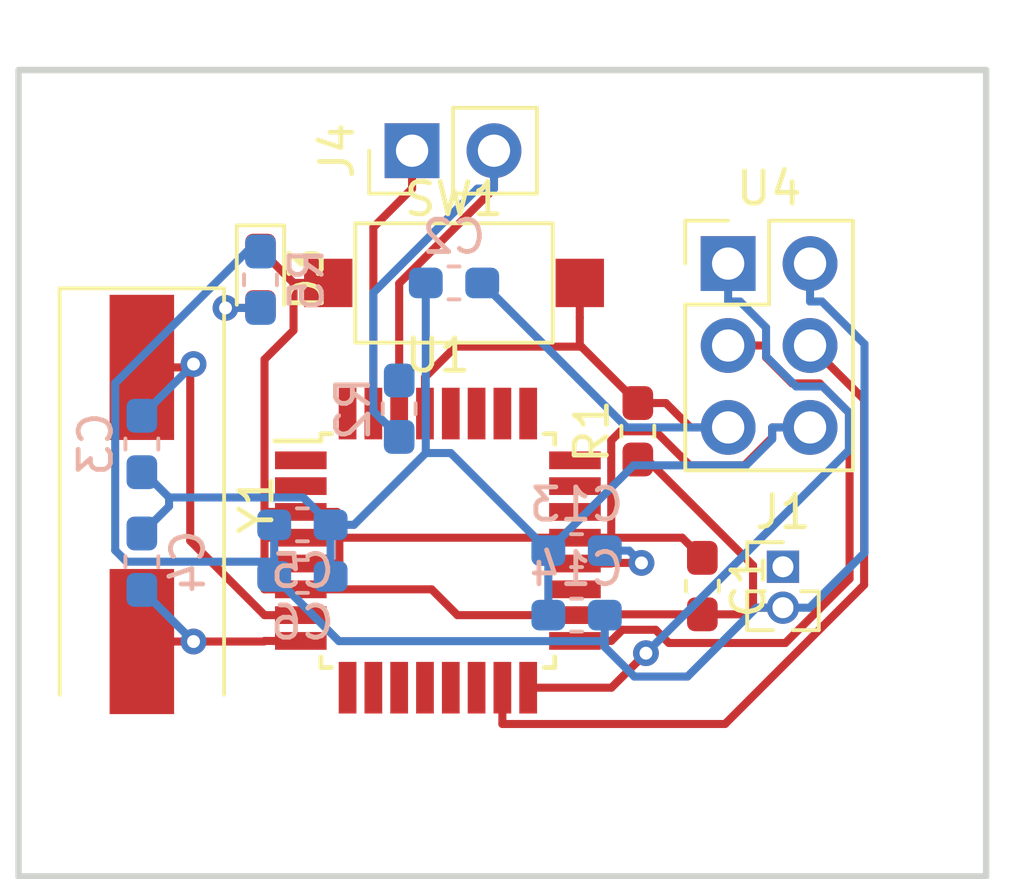
<source format=kicad_pcb>
(kicad_pcb (version 20211014) (generator pcbnew)
  (layers (0 "F.Cu" signal) (31 "B.Cu" signal) (34 "B.Paste" user) (35 "F.Paste" user) (36 "B.SilkS" user "B.Silkscreen") (37 "F.SilkS" user "F.Silkscreen") (38 "B.Mask" user) (39 "F.Mask" user) (44 "Edge.Cuts" user))
  (net 0 "")
  (net 1 "+5V")
  (net 2 "GND")
  (net 3 "RXD")
  (net 4 "Net-(C4-Pad1)")
  (net 5 "Net-(C3-Pad1)")
  (net 6 "Net-(J4-Pad2)")
  (net 7 "TXD")
  (net 8 "Net-(C13-Pad1)")
  (net 9 "/ATMEGA328P/RESET")
  (net 10 "VCC")
  (net 11 "Net-(D3-Pad2)")
  (net 12 "/ATMEGA328P/MOSI")
  (net 13 "/ATMEGA328P/MISO")
  (net 14 "/ATMEGA328P/SCK")
  (net 15 "Net-(U1-Pad19)")
  (net 16 "Net-(U1-Pad22)")
  (net 17 "Net-(U1-Pad1)")
  (net 18 "Net-(U1-Pad2)")
  (net 19 "Net-(U1-Pad9)")
  (net 20 "Net-(U1-Pad10)")
  (net 21 "Net-(U1-Pad11)")
  (net 22 "Net-(U1-Pad32)")
  (net 23 "Net-(U1-Pad12)")
  (net 24 "Net-(U1-Pad13)")
  (net 25 "Net-(U1-Pad14)")
  (net 26 "Net-(U1-Pad23)")
  (net 27 "Net-(U1-Pad24)")
  (net 28 "Net-(U1-Pad25)")
  (net 29 "Net-(U1-Pad26)")
  (net 30 "Net-(U1-Pad27)")
  (net 31 "Net-(U1-Pad28)")
  (footprint "Resistor_SMD:R_0603_1608Metric_Pad1.05x0.95mm_HandSolder" (layer "F.Cu") (at 39.2 36.2 90)
    (fp_text reference "R1" (at 0 -1.43 90) (layer "F.SilkS"))
    (fp_text value "R104,0603")
    (fp_line (start -0.171267 0.51) (end 0.171267 0.51) (layer "F.SilkS") (width 0.12))
    (fp_line (start -0.171267 -0.51) (end 0.171267 -0.51) (layer "F.SilkS") (width 0.12))
    (pad "1" smd roundrect locked (at -0.875 0 90) (size 1.05 0.95) (layers "F.Cu" "F.Paste" "F.Mask") (net 10 "VCC"))
    (pad "2" smd roundrect locked (at 0.875 0 90) (size 1.05 0.95) (layers "F.Cu" "F.Paste" "F.Mask") (net 9 "/ATMEGA328P/RESET"))
  )
  (footprint "Package_QFP:TQFP-32_7x7mm_P0.8mm" (layer "F.Cu") (at 33 39.9)
    (fp_text reference "U1" (at 0 -6.05) (layer "F.SilkS"))
    (fp_text value "ATMEGA328P-TQFP")
    (fp_line (start 3.625 3.625) (end 3.3 3.625) (layer "F.SilkS") (width 0.15))
    (fp_line (start -3.625 -3.4) (end -5.05 -3.4) (layer "F.SilkS") (width 0.15))
    (fp_line (start 3.625 -3.625) (end 3.3 -3.625) (layer "F.SilkS") (width 0.15))
    (fp_line (start 3.625 -3.625) (end 3.625 -3.3) (layer "F.SilkS") (width 0.15))
    (fp_line (start -3.625 -3.625) (end -3.3 -3.625) (layer "F.SilkS") (width 0.15))
    (fp_line (start -3.625 3.625) (end -3.625 3.3) (layer "F.SilkS") (width 0.15))
    (fp_line (start -3.625 -3.625) (end -3.625 -3.4) (layer "F.SilkS") (width 0.15))
    (fp_line (start 3.625 3.625) (end 3.625 3.3) (layer "F.SilkS") (width 0.15))
    (fp_line (start -3.625 3.625) (end -3.3 3.625) (layer "F.SilkS") (width 0.15))
    (pad "1" smd rect locked (at -4.25 -2.8) (size 1.6 0.55) (layers "F.Cu" "F.Paste" "F.Mask") (net 17 "Net-(U1-Pad1)"))
    (pad "2" smd rect locked (at -4.25 -2) (size 1.6 0.55) (layers "F.Cu" "F.Paste" "F.Mask") (net 18 "Net-(U1-Pad2)"))
    (pad "3" smd rect locked (at -4.25 -1.2) (size 1.6 0.55) (layers "F.Cu" "F.Paste" "F.Mask") (net 2 "GND"))
    (pad "4" smd rect locked (at -4.25 -0.4) (size 1.6 0.55) (layers "F.Cu" "F.Paste" "F.Mask") (net 10 "VCC"))
    (pad "5" smd rect locked (at -4.25 0.4) (size 1.6 0.55) (layers "F.Cu" "F.Paste" "F.Mask") (net 2 "GND"))
    (pad "6" smd rect locked (at -4.25 1.2) (size 1.6 0.55) (layers "F.Cu" "F.Paste" "F.Mask") (net 10 "VCC"))
    (pad "7" smd rect locked (at -4.25 2) (size 1.6 0.55) (layers "F.Cu" "F.Paste" "F.Mask") (net 5 "Net-(C3-Pad1)"))
    (pad "8" smd rect locked (at -4.25 2.8) (size 1.6 0.55) (layers "F.Cu" "F.Paste" "F.Mask") (net 4 "Net-(C4-Pad1)"))
    (pad "9" smd rect locked (at -2.8 4.25 90) (size 1.6 0.55) (layers "F.Cu" "F.Paste" "F.Mask") (net 19 "Net-(U1-Pad9)"))
    (pad "10" smd rect locked (at -2 4.25 90) (size 1.6 0.55) (layers "F.Cu" "F.Paste" "F.Mask") (net 20 "Net-(U1-Pad10)"))
    (pad "11" smd rect locked (at -1.2 4.25 90) (size 1.6 0.55) (layers "F.Cu" "F.Paste" "F.Mask") (net 21 "Net-(U1-Pad11)"))
    (pad "12" smd rect locked (at -0.4 4.25 90) (size 1.6 0.55) (layers "F.Cu" "F.Paste" "F.Mask") (net 23 "Net-(U1-Pad12)"))
    (pad "13" smd rect locked (at 0.4 4.25 90) (size 1.6 0.55) (layers "F.Cu" "F.Paste" "F.Mask") (net 24 "Net-(U1-Pad13)"))
    (pad "14" smd rect locked (at 1.2 4.25 90) (size 1.6 0.55) (layers "F.Cu" "F.Paste" "F.Mask") (net 25 "Net-(U1-Pad14)"))
    (pad "15" smd rect locked (at 2 4.25 90) (size 1.6 0.55) (layers "F.Cu" "F.Paste" "F.Mask") (net 12 "/ATMEGA328P/MOSI"))
    (pad "16" smd rect locked (at 2.8 4.25 90) (size 1.6 0.55) (layers "F.Cu" "F.Paste" "F.Mask") (net 13 "/ATMEGA328P/MISO"))
    (pad "17" smd rect locked (at 4.25 2.8) (size 1.6 0.55) (layers "F.Cu" "F.Paste" "F.Mask") (net 14 "/ATMEGA328P/SCK"))
    (pad "18" smd rect locked (at 4.25 2) (size 1.6 0.55) (layers "F.Cu" "F.Paste" "F.Mask") (net 10 "VCC"))
    (pad "19" smd rect locked (at 4.25 1.2) (size 1.6 0.55) (layers "F.Cu" "F.Paste" "F.Mask") (net 15 "Net-(U1-Pad19)"))
    (pad "20" smd rect locked (at 4.25 0.4) (size 1.6 0.55) (layers "F.Cu" "F.Paste" "F.Mask") (net 8 "Net-(C13-Pad1)"))
    (pad "21" smd rect locked (at 4.25 -0.4) (size 1.6 0.55) (layers "F.Cu" "F.Paste" "F.Mask") (net 2 "GND"))
    (pad "22" smd rect locked (at 4.25 -1.2) (size 1.6 0.55) (layers "F.Cu" "F.Paste" "F.Mask") (net 16 "Net-(U1-Pad22)"))
    (pad "23" smd rect locked (at 4.25 -2) (size 1.6 0.55) (layers "F.Cu" "F.Paste" "F.Mask") (net 26 "Net-(U1-Pad23)"))
    (pad "24" smd rect locked (at 4.25 -2.8) (size 1.6 0.55) (layers "F.Cu" "F.Paste" "F.Mask") (net 27 "Net-(U1-Pad24)"))
    (pad "25" smd rect locked (at 2.8 -4.25 90) (size 1.6 0.55) (layers "F.Cu" "F.Paste" "F.Mask") (net 28 "Net-(U1-Pad25)"))
    (pad "26" smd rect locked (at 2 -4.25 90) (size 1.6 0.55) (layers "F.Cu" "F.Paste" "F.Mask") (net 29 "Net-(U1-Pad26)"))
    (pad "27" smd rect locked (at 1.2 -4.25 90) (size 1.6 0.55) (layers "F.Cu" "F.Paste" "F.Mask") (net 30 "Net-(U1-Pad27)"))
    (pad "28" smd rect locked (at 0.4 -4.25 90) (size 1.6 0.55) (layers "F.Cu" "F.Paste" "F.Mask") (net 31 "Net-(U1-Pad28)"))
    (pad "29" smd rect locked (at -0.4 -4.25 90) (size 1.6 0.55) (layers "F.Cu" "F.Paste" "F.Mask") (net 9 "/ATMEGA328P/RESET"))
    (pad "30" smd rect locked (at -1.2 -4.25 90) (size 1.6 0.55) (layers "F.Cu" "F.Paste" "F.Mask") (net 6 "Net-(J4-Pad2)"))
    (pad "31" smd rect locked (at -2 -4.25 90) (size 1.6 0.55) (layers "F.Cu" "F.Paste" "F.Mask") (net 7 "TXD"))
    (pad "32" smd rect locked (at -2.8 -4.25 90) (size 1.6 0.55) (layers "F.Cu" "F.Paste" "F.Mask") (net 22 "Net-(U1-Pad32)"))
  )
  (footprint "LED_SMD:LED_0603_1608Metric_Pad1.05x0.95mm_HandSolder" (layer "F.Cu") (at 27.5 31.475 -90)
    (fp_text reference "D3" (at 0 -1.43 -90) (layer "F.SilkS"))
    (fp_text value "LED_GREEN,0603")
    (fp_line (start -1.66 0.735) (end 0.8 0.735) (layer "F.SilkS") (width 0.12))
    (fp_line (start -1.66 -0.735) (end -1.66 0.735) (layer "F.SilkS") (width 0.12))
    (fp_line (start 0.8 -0.735) (end -1.66 -0.735) (layer "F.SilkS") (width 0.12))
    (pad "1" smd roundrect locked (at -0.875 0 270) (size 1.05 0.95) (layers "F.Cu" "F.Paste" "F.Mask") (net 2 "GND"))
    (pad "2" smd roundrect locked (at 0.875 0 270) (size 1.05 0.95) (layers "F.Cu" "F.Paste" "F.Mask") (net 11 "Net-(D3-Pad2)"))
  )
  (footprint "Crystal:Crystal_SMD_HC49-SD" (layer "F.Cu") (at 23.8215 38.4688 -90)
    (fp_text reference "Y1" (at 0 -3.55 -90) (layer "F.SilkS"))
    (fp_text value "O16M")
    (fp_line (start -6.7 2.55) (end 5.9 2.55) (layer "F.SilkS") (width 0.12))
    (fp_line (start -6.7 -2.55) (end -6.7 2.55) (layer "F.SilkS") (width 0.12))
    (fp_line (start 5.9 -2.55) (end -6.7 -2.55) (layer "F.SilkS") (width 0.12))
    (pad "1" smd rect locked (at -4.25 0 270) (size 4.5 2) (layers "F.Cu" "F.Paste" "F.Mask") (net 5 "Net-(C3-Pad1)"))
    (pad "2" smd rect locked (at 4.25 0 270) (size 4.5 2) (layers "F.Cu" "F.Paste" "F.Mask") (net 4 "Net-(C4-Pad1)"))
  )
  (footprint "Connector_PinHeader_2.54mm:PinHeader_2x03_P2.54mm_Vertical" (layer "F.Cu") (at 42 31)
    (fp_text reference "U4" (at 1.27 -2.33) (layer "F.SilkS"))
    (fp_text value "CONN_ARDUINO_ICSP")
    (fp_line (start -1.33 1.27) (end -1.33 6.41) (layer "F.SilkS") (width 0.12))
    (fp_line (start 1.27 1.27) (end 1.27 -1.33) (layer "F.SilkS") (width 0.12))
    (fp_line (start -1.33 0) (end -1.33 -1.33) (layer "F.SilkS") (width 0.12))
    (fp_line (start 1.27 -1.33) (end 3.87 -1.33) (layer "F.SilkS") (width 0.12))
    (fp_line (start -1.33 -1.33) (end 0 -1.33) (layer "F.SilkS") (width 0.12))
    (fp_line (start -1.33 1.27) (end 1.27 1.27) (layer "F.SilkS") (width 0.12))
    (fp_line (start -1.33 6.41) (end 3.87 6.41) (layer "F.SilkS") (width 0.12))
    (fp_line (start 3.87 -1.33) (end 3.87 6.41) (layer "F.SilkS") (width 0.12))
    (pad "1" thru_hole rect locked (at 0 0) (size 1.7 1.7) (drill 1) (layers *.Cu *.Mask) (net 13 "/ATMEGA328P/MISO"))
    (pad "2" thru_hole oval locked (at 2.54 0) (size 1.7 1.7) (drill 1) (layers *.Cu *.Mask) (net 10 "VCC"))
    (pad "3" thru_hole oval locked (at 0 2.54) (size 1.7 1.7) (drill 1) (layers *.Cu *.Mask) (net 14 "/ATMEGA328P/SCK"))
    (pad "4" thru_hole oval locked (at 2.54 2.54) (size 1.7 1.7) (drill 1) (layers *.Cu *.Mask) (net 12 "/ATMEGA328P/MOSI"))
    (pad "5" thru_hole oval locked (at 0 5.08) (size 1.7 1.7) (drill 1) (layers *.Cu *.Mask) (net 9 "/ATMEGA328P/RESET"))
    (pad "6" thru_hole oval locked (at 2.54 5.08) (size 1.7 1.7) (drill 1) (layers *.Cu *.Mask) (net 2 "GND"))
  )
  (footprint "Connector_PinHeader_1.27mm:PinHeader_1x02_P1.27mm_Vertical" (layer "F.Cu") (at 43.7 40.4)
    (fp_text reference "J1" (at 0 -1.695) (layer "F.SilkS"))
    (fp_text value "Conn_01x02")
    (fp_line (start -1.11 0.76) (end -0.563471 0.76) (layer "F.SilkS") (width 0.12))
    (fp_line (start 1.11 0.76) (end 1.11 1.965) (layer "F.SilkS") (width 0.12))
    (fp_line (start -1.11 -0.76) (end 0 -0.76) (layer "F.SilkS") (width 0.12))
    (fp_line (start -1.11 1.965) (end -0.30753 1.965) (layer "F.SilkS") (width 0.12))
    (fp_line (start -1.11 0) (end -1.11 -0.76) (layer "F.SilkS") (width 0.12))
    (fp_line (start 0.563471 0.76) (end 1.11 0.76) (layer "F.SilkS") (width 0.12))
    (fp_line (start -1.11 0.76) (end -1.11 1.965) (layer "F.SilkS") (width 0.12))
    (fp_line (start 0.30753 1.965) (end 1.11 1.965) (layer "F.SilkS") (width 0.12))
    (pad "1" thru_hole rect locked (at 0 0) (size 1 1) (drill 0.65) (layers *.Cu *.Mask) (net 1 "+5V"))
    (pad "2" thru_hole oval locked (at 0 1.27) (size 1 1) (drill 0.65) (layers *.Cu *.Mask) (net 10 "VCC"))
  )
  (footprint "Capacitor_SMD:C_0603_1608Metric_Pad1.05x0.95mm_HandSolder" (layer "F.Cu") (at 41.2 41 -90)
    (fp_text reference "C1" (at 0 -1.43 -90) (layer "F.SilkS"))
    (fp_text value "C106,0603")
    (fp_line (start -0.171267 -0.51) (end 0.171267 -0.51) (layer "F.SilkS") (width 0.12))
    (fp_line (start -0.171267 0.51) (end 0.171267 0.51) (layer "F.SilkS") (width 0.12))
    (pad "1" smd roundrect locked (at -0.875 0 270) (size 1.05 0.95) (layers "F.Cu" "F.Paste" "F.Mask") (net 2 "GND"))
    (pad "2" smd roundrect locked (at 0.875 0 270) (size 1.05 0.95) (layers "F.Cu" "F.Paste" "F.Mask") (net 10 "VCC"))
  )
  (footprint "Button_Switch_SMD:SW_SPST_CK_RS282G05A3" (layer "F.Cu") (at 33.5 31.6)
    (fp_text reference "SW1" (at 0 -2.6) (layer "F.SilkS"))
    (fp_text value "SW_Push")
    (fp_line (start 3.06 -1.85) (end 3.06 1.85) (layer "F.SilkS") (width 0.12))
    (fp_line (start -3.06 -1.85) (end 3.06 -1.85) (layer "F.SilkS") (width 0.12))
    (fp_line (start 3.06 1.85) (end -3.06 1.85) (layer "F.SilkS") (width 0.12))
    (fp_line (start -3.06 1.85) (end -3.06 -1.85) (layer "F.SilkS") (width 0.12))
    (pad "1" smd rect locked (at -3.9 0) (size 1.5 1.5) (layers "F.Cu" "F.Paste" "F.Mask") (net 2 "GND"))
    (pad "2" smd rect locked (at 3.9 0) (size 1.5 1.5) (layers "F.Cu" "F.Paste" "F.Mask") (net 9 "/ATMEGA328P/RESET"))
  )
  (footprint "Connector_PinHeader_2.54mm:PinHeader_1x02_P2.54mm_Vertical" (layer "F.Cu") (at 32.2 27.5 90)
    (fp_text reference "J4" (at 0 -2.33 90) (layer "F.SilkS"))
    (fp_text value "Conn_01x02")
    (fp_line (start -1.33 1.27) (end -1.33 3.87) (layer "F.SilkS") (width 0.12))
    (fp_line (start -1.33 0) (end -1.33 -1.33) (layer "F.SilkS") (width 0.12))
    (fp_line (start -1.33 3.87) (end 1.33 3.87) (layer "F.SilkS") (width 0.12))
    (fp_line (start -1.33 1.27) (end 1.33 1.27) (layer "F.SilkS") (width 0.12))
    (fp_line (start 1.33 1.27) (end 1.33 3.87) (layer "F.SilkS") (width 0.12))
    (fp_line (start -1.33 -1.33) (end 0 -1.33) (layer "F.SilkS") (width 0.12))
    (pad "1" thru_hole rect locked (at 0 0 90) (size 1.7 1.7) (drill 1) (layers *.Cu *.Mask) (net 7 "TXD"))
    (pad "2" thru_hole oval locked (at 0 2.54 90) (size 1.7 1.7) (drill 1) (layers *.Cu *.Mask) (net 6 "Net-(J4-Pad2)"))
  )
  (footprint "Resistor_SMD:R_0603_1608Metric_Pad1.05x0.95mm_HandSolder" (layer "B.Cu") (at 31.8 35.5 -90)
    (fp_text reference "R2" (at 0 1.43 -90) (layer "B.SilkS") (effects (justify mirror)))
    (fp_text value "R103,0603")
    (fp_line (start -0.171267 -0.51) (end 0.171267 -0.51) (layer "B.SilkS") (width 0.12))
    (fp_line (start -0.171267 0.51) (end 0.171267 0.51) (layer "B.SilkS") (width 0.12))
    (pad "1" smd roundrect locked (at -0.875 0 270) (size 1.05 0.95) (layers "B.Cu" "B.Paste" "B.Mask") (net 3 "RXD"))
    (pad "2" smd roundrect locked (at 0.875 0 270) (size 1.05 0.95) (layers "B.Cu" "B.Paste" "B.Mask") (net 6 "Net-(J4-Pad2)"))
  )
  (footprint "Resistor_SMD:R_0603_1608Metric_Pad1.05x0.95mm_HandSolder" (layer "B.Cu") (at 27.5 31.5 90)
    (fp_text reference "R5" (at 0 1.43 90) (layer "B.SilkS") (effects (justify mirror)))
    (fp_text value "R103,0603")
    (fp_line (start -0.171267 0.51) (end 0.171267 0.51) (layer "B.SilkS") (width 0.12))
    (fp_line (start -0.171267 -0.51) (end 0.171267 -0.51) (layer "B.SilkS") (width 0.12))
    (pad "1" smd roundrect locked (at -0.875 0 90) (size 1.05 0.95) (layers "B.Cu" "B.Paste" "B.Mask") (net 11 "Net-(D3-Pad2)"))
    (pad "2" smd roundrect locked (at 0.875 0 90) (size 1.05 0.95) (layers "B.Cu" "B.Paste" "B.Mask") (net 10 "VCC"))
  )
  (footprint "Capacitor_SMD:C_0603_1608Metric_Pad1.05x0.95mm_HandSolder" (layer "B.Cu") (at 37.3 41.9 180)
    (fp_text reference "C14" (at 0 1.43 180) (layer "B.SilkS") (effects (justify mirror)))
    (fp_text value "C105,0603")
    (fp_line (start -0.171267 -0.51) (end 0.171267 -0.51) (layer "B.SilkS") (width 0.12))
    (fp_line (start -0.171267 0.51) (end 0.171267 0.51) (layer "B.SilkS") (width 0.12))
    (pad "1" smd roundrect locked (at -0.875 0 180) (size 1.05 0.95) (layers "B.Cu" "B.Paste" "B.Mask") (net 10 "VCC"))
    (pad "2" smd roundrect locked (at 0.875 0 180) (size 1.05 0.95) (layers "B.Cu" "B.Paste" "B.Mask") (net 2 "GND"))
  )
  (footprint "Capacitor_SMD:C_0603_1608Metric_Pad1.05x0.95mm_HandSolder" (layer "B.Cu") (at 37.3 39.9 180)
    (fp_text reference "C13" (at 0 1.43 180) (layer "B.SilkS") (effects (justify mirror)))
    (fp_text value "C104,0603")
    (fp_line (start -0.171267 0.51) (end 0.171267 0.51) (layer "B.SilkS") (width 0.12))
    (fp_line (start -0.171267 -0.51) (end 0.171267 -0.51) (layer "B.SilkS") (width 0.12))
    (pad "1" smd roundrect locked (at -0.875 0 180) (size 1.05 0.95) (layers "B.Cu" "B.Paste" "B.Mask") (net 8 "Net-(C13-Pad1)"))
    (pad "2" smd roundrect locked (at 0.875 0 180) (size 1.05 0.95) (layers "B.Cu" "B.Paste" "B.Mask") (net 2 "GND"))
  )
  (footprint "Capacitor_SMD:C_0603_1608Metric_Pad1.05x0.95mm_HandSolder" (layer "B.Cu") (at 28.8 40.7)
    (fp_text reference "C6" (at 0 1.43) (layer "B.SilkS") (effects (justify mirror)))
    (fp_text value "C104,0603")
    (fp_line (start -0.171267 -0.51) (end 0.171267 -0.51) (layer "B.SilkS") (width 0.12))
    (fp_line (start -0.171267 0.51) (end 0.171267 0.51) (layer "B.SilkS") (width 0.12))
    (pad "1" smd roundrect locked (at -0.875 0) (size 1.05 0.95) (layers "B.Cu" "B.Paste" "B.Mask") (net 10 "VCC"))
    (pad "2" smd roundrect locked (at 0.875 0) (size 1.05 0.95) (layers "B.Cu" "B.Paste" "B.Mask") (net 2 "GND"))
  )
  (footprint "Capacitor_SMD:C_0603_1608Metric_Pad1.05x0.95mm_HandSolder" (layer "B.Cu") (at 28.8 39.1)
    (fp_text reference "C5" (at 0 1.43) (layer "B.SilkS") (effects (justify mirror)))
    (fp_text value "C104,0603")
    (fp_line (start -0.171267 0.51) (end 0.171267 0.51) (layer "B.SilkS") (width 0.12))
    (fp_line (start -0.171267 -0.51) (end 0.171267 -0.51) (layer "B.SilkS") (width 0.12))
    (pad "1" smd roundrect locked (at -0.875 0) (size 1.05 0.95) (layers "B.Cu" "B.Paste" "B.Mask") (net 10 "VCC"))
    (pad "2" smd roundrect locked (at 0.875 0) (size 1.05 0.95) (layers "B.Cu" "B.Paste" "B.Mask") (net 2 "GND"))
  )
  (footprint "Capacitor_SMD:C_0603_1608Metric_Pad1.05x0.95mm_HandSolder" (layer "B.Cu") (at 23.8215 40.2438 90)
    (fp_text reference "C4" (at 0 1.43 90) (layer "B.SilkS") (effects (justify mirror)))
    (fp_text value "C20pf,0603")
    (fp_line (start -0.171267 -0.51) (end 0.171267 -0.51) (layer "B.SilkS") (width 0.12))
    (fp_line (start -0.171267 0.51) (end 0.171267 0.51) (layer "B.SilkS") (width 0.12))
    (pad "1" smd roundrect locked (at -0.875 0 90) (size 1.05 0.95) (layers "B.Cu" "B.Paste" "B.Mask") (net 4 "Net-(C4-Pad1)"))
    (pad "2" smd roundrect locked (at 0.875 0 90) (size 1.05 0.95) (layers "B.Cu" "B.Paste" "B.Mask") (net 2 "GND"))
  )
  (footprint "Capacitor_SMD:C_0603_1608Metric_Pad1.05x0.95mm_HandSolder" (layer "B.Cu") (at 23.8215 36.5938 -90)
    (fp_text reference "C3" (at 0 1.43 -90) (layer "B.SilkS") (effects (justify mirror)))
    (fp_text value "C20pf,0603")
    (fp_line (start -0.171267 0.51) (end 0.171267 0.51) (layer "B.SilkS") (width 0.12))
    (fp_line (start -0.171267 -0.51) (end 0.171267 -0.51) (layer "B.SilkS") (width 0.12))
    (pad "1" smd roundrect locked (at -0.875 0 270) (size 1.05 0.95) (layers "B.Cu" "B.Paste" "B.Mask") (net 5 "Net-(C3-Pad1)"))
    (pad "2" smd roundrect locked (at 0.875 0 270) (size 1.05 0.95) (layers "B.Cu" "B.Paste" "B.Mask") (net 2 "GND"))
  )
  (footprint "Capacitor_SMD:C_0603_1608Metric_Pad1.05x0.95mm_HandSolder" (layer "B.Cu") (at 33.5 31.6 180)
    (fp_text reference "C2" (at 0 1.43 180) (layer "B.SilkS") (effects (justify mirror)))
    (fp_text value "C104,0603")
    (fp_line (start -0.171267 -0.51) (end 0.171267 -0.51) (layer "B.SilkS") (width 0.12))
    (fp_line (start -0.171267 0.51) (end 0.171267 0.51) (layer "B.SilkS") (width 0.12))
    (pad "1" smd roundrect locked (at -0.875 0 180) (size 1.05 0.95) (layers "B.Cu" "B.Paste" "B.Mask") (net 9 "/ATMEGA328P/RESET"))
    (pad "2" smd roundrect locked (at 0.875 0 180) (size 1.05 0.95) (layers "B.Cu" "B.Paste" "B.Mask") (net 2 "GND"))
  )
  (gr_line (start 20 25) (end 20 50) (layer "Edge.Cuts") (width 0.2))
  (gr_line (start 20 50) (end 50 50) (layer "Edge.Cuts") (width 0.2))
  (gr_line (start 50 50) (end 50 25) (layer "Edge.Cuts") (width 0.2))
  (gr_line (start 50 25) (end 20 25) (layer "Edge.Cuts") (width 0.2))
  (segment (start 29.6 31.6) (end 28.5247 31.6) (width 0.25) (layer "F.Cu") (net 2))
  (segment (start 29.8753 38.7) (end 29.8753 39.43) (width 0.25) (layer "F.Cu") (net 2))
  (segment (start 38.3753 36.4869) (end 38.3753 39.5) (width 0.25) (layer "F.Cu") (net 2))
  (segment (start 38.3753 39.5) (end 40.575 39.5) (width 0.25) (layer "F.Cu") (net 2))
  (segment (start 43.3647 36.08) (end 43.3647 36.3964) (width 0.25) (layer "F.Cu") (net 2))
  (segment (start 28.75 38.7) (end 27.6247 38.7) (width 0.25) (layer "F.Cu") (net 2))
  (segment (start 29.9453 40.23) (end 29.8753 40.3) (width 0.25) (layer "F.Cu") (net 2))
  (segment (start 28.75 40.3) (end 29.8753 40.3) (width 0.25) (layer "F.Cu") (net 2))
  (segment (start 29.9453 39.5) (end 37.25 39.5) (width 0.25) (layer "F.Cu") (net 2))
  (segment (start 28.5247 33.0715) (end 28.5247 31.6) (width 0.25) (layer "F.Cu") (net 2))
  (segment (start 27.5247 30.6) (end 27.5 30.6) (width 0.25) (layer "F.Cu") (net 2))
  (segment (start 28.5247 31.6) (end 27.5247 30.6) (width 0.25) (layer "F.Cu") (net 2))
  (segment (start 42.5054 37.2557) (end 40.808 37.2557) (width 0.25) (layer "F.Cu") (net 2))
  (segment (start 27.6247 38.7) (end 27.6247 33.9715) (width 0.25) (layer "F.Cu") (net 2))
  (segment (start 40.575 39.5) (end 41.2 40.125) (width 0.25) (layer "F.Cu") (net 2))
  (segment (start 29.9453 39.5) (end 29.9453 40.23) (width 0.25) (layer "F.Cu") (net 2))
  (segment (start 37.25 39.5) (end 38.3753 39.5) (width 0.25) (layer "F.Cu") (net 2))
  (segment (start 43.3647 36.3964) (end 42.5054 37.2557) (width 0.25) (layer "F.Cu") (net 2))
  (segment (start 29.8753 39.43) (end 29.9453 39.5) (width 0.25) (layer "F.Cu") (net 2))
  (segment (start 40.808 37.2557) (end 39.7523 36.2) (width 0.25) (layer "F.Cu") (net 2))
  (segment (start 28.75 38.7) (end 29.8753 38.7) (width 0.25) (layer "F.Cu") (net 2))
  (segment (start 39.7523 36.2) (end 38.6622 36.2) (width 0.25) (layer "F.Cu") (net 2))
  (segment (start 27.6247 33.9715) (end 28.5247 33.0715) (width 0.25) (layer "F.Cu") (net 2))
  (segment (start 44.54 36.08) (end 43.3647 36.08) (width 0.25) (layer "F.Cu") (net 2))
  (segment (start 38.6622 36.2) (end 38.3753 36.4869) (width 0.25) (layer "F.Cu") (net 2))
  (segment (start 43.3647 36.08) (end 43.3647 36.4474) (width 0.25) (layer "B.Cu") (net 2))
  (segment (start 24.665 38.2522) (end 24.665 38.5253) (width 0.25) (layer "B.Cu") (net 2))
  (segment (start 39.0697 37.2553) (end 36.425 39.9) (width 0.25) (layer "B.Cu") (net 2))
  (segment (start 33.3989 36.8739) (end 36.425 39.9) (width 0.25) (layer "B.Cu") (net 2))
  (segment (start 32.625 36.8739) (end 30.3989 39.1) (width 0.25) (layer "B.Cu") (net 2))
  (segment (start 43.3647 36.4474) (end 42.5568 37.2553) (width 0.25) (layer "B.Cu") (net 2))
  (segment (start 30.3989 39.1) (end 29.675 39.1) (width 0.25) (layer "B.Cu") (net 2))
  (segment (start 29.675 39.1) (end 28.8272 38.2522) (width 0.25) (layer "B.Cu") (net 2))
  (segment (start 42.5568 37.2553) (end 39.0697 37.2553) (width 0.25) (layer "B.Cu") (net 2))
  (segment (start 36.425 39.9) (end 36.425 41.9) (width 0.25) (layer "B.Cu") (net 2))
  (segment (start 28.8272 38.2522) (end 24.665 38.2522) (width 0.25) (layer "B.Cu") (net 2))
  (segment (start 29.675 39.1) (end 29.675 40.7) (width 0.25) (layer "B.Cu") (net 2))
  (segment (start 32.625 31.6) (end 32.625 36.8739) (width 0.25) (layer "B.Cu") (net 2))
  (segment (start 24.665 38.5253) (end 23.8215 39.3688) (width 0.25) (layer "B.Cu") (net 2))
  (segment (start 23.8816 37.4688) (end 24.665 38.2522) (width 0.25) (layer "B.Cu") (net 2))
  (segment (start 32.625 36.8739) (end 33.3989 36.8739) (width 0.25) (layer "B.Cu") (net 2))
  (segment (start 44.54 36.08) (end 43.3647 36.08) (width 0.25) (layer "B.Cu") (net 2))
  (segment (start 23.8215 37.4688) (end 23.8816 37.4688) (width 0.25) (layer "B.Cu") (net 2))
  (segment (start 23.8215 42.7188) (end 25.1468 42.7188) (width 0.25) (layer "F.Cu") (net 4))
  (segment (start 25.4236 42.7188) (end 27.6059 42.7188) (width 0.25) (layer "F.Cu") (net 4))
  (segment (start 25.1468 42.7188) (end 25.4236 42.7188) (width 0.25) (layer "F.Cu") (net 4))
  (segment (start 28.75 42.7) (end 27.6247 42.7) (width 0.25) (layer "F.Cu") (net 4))
  (segment (start 27.6059 42.7188) (end 27.6247 42.7) (width 0.25) (layer "F.Cu") (net 4))
  (via (at 25.4236 42.7188) (size 0.8) (drill 0.4) (layers "F.Cu" "B.Cu") (net 4))
  (segment (start 23.8236 41.1188) (end 25.4236 42.7188) (width 0.25) (layer "B.Cu") (net 4))
  (segment (start 23.8215 41.1188) (end 23.8236 41.1188) (width 0.25) (layer "B.Cu") (net 4))
  (segment (start 25.1468 34.2188) (end 25.3215 34.2188) (width 0.25) (layer "F.Cu") (net 5))
  (segment (start 23.8215 34.2188) (end 25.1468 34.2188) (width 0.25) (layer "F.Cu") (net 5))
  (segment (start 28.75 41.9) (end 27.6247 41.9) (width 0.25) (layer "F.Cu") (net 5))
  (segment (start 25.3215 34.2188) (end 25.3215 39.5968) (width 0.25) (layer "F.Cu") (net 5))
  (segment (start 25.3215 39.5968) (end 27.6247 41.9) (width 0.25) (layer "F.Cu") (net 5))
  (segment (start 25.3215 34.2188) (end 25.4238 34.1165) (width 0.25) (layer "F.Cu") (net 5))
  (via (at 25.4238 34.1165) (size 0.8) (drill 0.4) (layers "F.Cu" "B.Cu") (net 5))
  (segment (start 23.8215 35.7188) (end 25.4238 34.1165) (width 0.25) (layer "B.Cu") (net 5))
  (segment (start 34.74 28.6753) (end 31.8 31.6153) (width 0.25) (layer "F.Cu") (net 6))
  (segment (start 34.74 27.5) (end 34.74 28.6753) (width 0.25) (layer "F.Cu") (net 6))
  (segment (start 31.8 31.6153) (end 31.8 35.65) (width 0.25) (layer "F.Cu") (net 6))
  (segment (start 34.74 27.5) (end 34.74 28.6753) (width 0.25) (layer "B.Cu") (net 6))
  (segment (start 30.9987 31.9024) (end 34.2258 28.6753) (width 0.25) (layer "B.Cu") (net 6))
  (segment (start 31.8 36.375) (end 30.9987 35.5737) (width 0.25) (layer "B.Cu") (net 6))
  (segment (start 34.2258 28.6753) (end 34.74 28.6753) (width 0.25) (layer "B.Cu") (net 6))
  (segment (start 30.9987 35.5737) (end 30.9987 31.9024) (width 0.25) (layer "B.Cu") (net 6))
  (segment (start 32.2 27.5) (end 32.2 28.6753) (width 0.25) (layer "F.Cu") (net 7))
  (segment (start 31 29.8753) (end 31 35.65) (width 0.25) (layer "F.Cu") (net 7))
  (segment (start 32.2 28.6753) (end 31 29.8753) (width 0.25) (layer "F.Cu") (net 7))
  (segment (start 38.3943 40.281) (end 38.3753 40.3) (width 0.25) (layer "F.Cu") (net 8))
  (segment (start 39.3124 40.281) (end 38.3943 40.281) (width 0.25) (layer "F.Cu") (net 8))
  (segment (start 37.25 40.3) (end 38.3753 40.3) (width 0.25) (layer "F.Cu") (net 8))
  (via (at 39.3124 40.281) (size 0.8) (drill 0.4) (layers "F.Cu" "B.Cu") (net 8))
  (segment (start 38.175 39.9) (end 38.9314 39.9) (width 0.25) (layer "B.Cu") (net 8))
  (segment (start 38.9314 39.9) (end 39.3124 40.281) (width 0.25) (layer "B.Cu") (net 8))
  (segment (start 40.0697 35.325) (end 39.2 35.325) (width 0.25) (layer "F.Cu") (net 9))
  (segment (start 37.4 33.5753) (end 33.5494 33.5753) (width 0.25) (layer "F.Cu") (net 9))
  (segment (start 32.6 35.65) (end 32.6 34.5247) (width 0.25) (layer "F.Cu") (net 9))
  (segment (start 39.2 35.325) (end 37.4503 33.5753) (width 0.25) (layer "F.Cu") (net 9))
  (segment (start 42 36.08) (end 40.8247 36.08) (width 0.25) (layer "F.Cu") (net 9))
  (segment (start 37.4 31.6) (end 37.4 32.6753) (width 0.25) (layer "F.Cu") (net 9))
  (segment (start 40.8247 36.08) (end 40.0697 35.325) (width 0.25) (layer "F.Cu") (net 9))
  (segment (start 37.4 33.5753) (end 37.4 32.6753) (width 0.25) (layer "F.Cu") (net 9))
  (segment (start 33.5494 33.5753) (end 32.6 34.5247) (width 0.25) (layer "F.Cu") (net 9))
  (segment (start 37.4503 33.5753) (end 37.4 33.5753) (width 0.25) (layer "F.Cu") (net 9))
  (segment (start 34.375 31.6) (end 38.855 36.08) (width 0.25) (layer "B.Cu") (net 9))
  (segment (start 38.855 36.08) (end 42 36.08) (width 0.25) (layer "B.Cu") (net 9))
  (segment (start 43.7 41.67) (end 42.8747 41.67) (width 0.25) (layer "F.Cu") (net 10))
  (segment (start 39.4865 37.075) (end 39.2 37.075) (width 0.25) (layer "F.Cu") (net 10))
  (segment (start 41.2 41.875) (end 38.4003 41.875) (width 0.25) (layer "F.Cu") (net 10))
  (segment (start 28.75 39.5) (end 27.6247 39.5) (width 0.25) (layer "F.Cu") (net 10))
  (segment (start 32.8067 41.1) (end 28.75 41.1) (width 0.25) (layer "F.Cu") (net 10))
  (segment (start 33.6067 41.9) (end 32.8067 41.1) (width 0.25) (layer "F.Cu") (net 10))
  (segment (start 42.5672 41.875) (end 42.7722 41.67) (width 0.25) (layer "F.Cu") (net 10))
  (segment (start 42.7722 40.3607) (end 39.4865 37.075) (width 0.25) (layer "F.Cu") (net 10))
  (segment (start 42.8747 41.67) (end 42.7722 41.67) (width 0.25) (layer "F.Cu") (net 10))
  (segment (start 38.4003 41.875) (end 38.3753 41.9) (width 0.25) (layer "F.Cu") (net 10))
  (segment (start 37.25 41.9) (end 33.6067 41.9) (width 0.25) (layer "F.Cu") (net 10))
  (segment (start 37.25 41.9) (end 38.3753 41.9) (width 0.25) (layer "F.Cu") (net 10))
  (segment (start 42.7722 41.67) (end 42.7722 40.3607) (width 0.25) (layer "F.Cu") (net 10))
  (segment (start 28.75 41.1) (end 27.6247 41.1) (width 0.25) (layer "F.Cu") (net 10))
  (segment (start 27.6247 41.1) (end 27.6247 39.5) (width 0.25) (layer "F.Cu") (net 10))
  (segment (start 41.2 41.875) (end 42.5672 41.875) (width 0.25) (layer "F.Cu") (net 10))
  (segment (start 44.54 31) (end 44.54 32.1753) (width 0.25) (layer "B.Cu") (net 10))
  (segment (start 46.2282 33.4962) (end 44.9073 32.1753) (width 0.25) (layer "B.Cu") (net 10))
  (segment (start 27.925 40.2438) (end 27.925 40.7) (width 0.25) (layer "B.Cu") (net 10))
  (segment (start 38.175 42.706) (end 38.175 42.8892) (width 0.25) (layer "B.Cu") (net 10))
  (segment (start 43.7 41.67) (end 44.5253 41.67) (width 0.25) (layer "B.Cu") (net 10))
  (segment (start 44.5253 41.67) (end 46.2282 39.9671) (width 0.25) (layer "B.Cu") (net 10))
  (segment (start 27.925 40.2438) (end 23.3481 40.2438) (width 0.25) (layer "B.Cu") (net 10))
  (segment (start 43.6742 41.67) (end 42.8747 41.67) (width 0.25) (layer "B.Cu") (net 10))
  (segment (start 27.925 40.7) (end 29.931 42.706) (width 0.25) (layer "B.Cu") (net 10))
  (segment (start 43.6742 41.67) (end 43.7 41.67) (width 0.25) (layer "B.Cu") (net 10))
  (segment (start 27.925 39.1) (end 27.925 40.2438) (width 0.25) (layer "B.Cu") (net 10))
  (segment (start 27.0798 30.625) (end 27.5 30.625) (width 0.25) (layer "B.Cu") (net 10))
  (segment (start 38.175 42.8892) (end 39.091 43.8052) (width 0.25) (layer "B.Cu") (net 10))
  (segment (start 22.9952 34.7096) (end 27.0798 30.625) (width 0.25) (layer "B.Cu") (net 10))
  (segment (start 23.3481 40.2438) (end 22.9952 39.8909) (width 0.25) (layer "B.Cu") (net 10))
  (segment (start 38.175 41.9) (end 38.175 42.706) (width 0.25) (layer "B.Cu") (net 10))
  (segment (start 22.9952 39.8909) (end 22.9952 34.7096) (width 0.25) (layer "B.Cu") (net 10))
  (segment (start 39.091 43.8052) (end 40.7395 43.8052) (width 0.25) (layer "B.Cu") (net 10))
  (segment (start 44.9073 32.1753) (end 44.54 32.1753) (width 0.25) (layer "B.Cu") (net 10))
  (segment (start 46.2282 39.9671) (end 46.2282 33.4962) (width 0.25) (layer "B.Cu") (net 10))
  (segment (start 29.931 42.706) (end 38.175 42.706) (width 0.25) (layer "B.Cu") (net 10))
  (segment (start 40.7395 43.8052) (end 42.8747 41.67) (width 0.25) (layer "B.Cu") (net 10))
  (segment (start 27.5 32.35) (end 27.475 32.375) (width 0.25) (layer "F.Cu") (net 11))
  (segment (start 27.475 32.375) (end 26.4153 32.375) (width 0.25) (layer "F.Cu") (net 11))
  (via (at 26.4153 32.375) (size 0.8) (drill 0.4) (layers "F.Cu" "B.Cu") (net 11))
  (segment (start 27.5 32.375) (end 26.4153 32.375) (width 0.25) (layer "B.Cu") (net 11))
  (segment (start 44.54 33.54) (end 46.2157 35.2157) (width 0.25) (layer "F.Cu") (net 12))
  (segment (start 46.2157 40.9637) (end 41.9041 45.2753) (width 0.25) (layer "F.Cu") (net 12))
  (segment (start 46.2157 35.2157) (end 46.2157 40.9637) (width 0.25) (layer "F.Cu") (net 12))
  (segment (start 35 44.15) (end 35 45.2753) (width 0.25) (layer "F.Cu") (net 12))
  (segment (start 41.9041 45.2753) (end 35 45.2753) (width 0.25) (layer "F.Cu") (net 12))
  (segment (start 39.451 43.0799) (end 38.3809 44.15) (width 0.25) (layer "F.Cu") (net 13))
  (segment (start 38.3809 44.15) (end 35.8 44.15) (width 0.25) (layer "F.Cu") (net 13))
  (via (at 39.451 43.0799) (size 0.8) (drill 0.4) (layers "F.Cu" "B.Cu") (net 13))
  (segment (start 44.109 34.81) (end 44.9355 34.81) (width 0.25) (layer "B.Cu") (net 13))
  (segment (start 44.9355 34.81) (end 45.7436 35.6181) (width 0.25) (layer "B.Cu") (net 13))
  (segment (start 42 32.1753) (end 42.3674 32.1753) (width 0.25) (layer "B.Cu") (net 13))
  (segment (start 45.7436 36.7873) (end 39.451 43.0799) (width 0.25) (layer "B.Cu") (net 13))
  (segment (start 42.3674 32.1753) (end 43.1753 32.9832) (width 0.25) (layer "B.Cu") (net 13))
  (segment (start 42 31) (end 42 32.1753) (width 0.25) (layer "B.Cu") (net 13))
  (segment (start 43.1753 32.9832) (end 43.1753 33.8763) (width 0.25) (layer "B.Cu") (net 13))
  (segment (start 45.7436 35.6181) (end 45.7436 36.7873) (width 0.25) (layer "B.Cu") (net 13))
  (segment (start 43.1753 33.8763) (end 44.109 34.81) (width 0.25) (layer "B.Cu") (net 13))
  (segment (start 43.7752 42.7641) (end 40.161 42.7641) (width 0.25) (layer "F.Cu") (net 14))
  (segment (start 42 33.54) (end 43.1753 33.54) (width 0.25) (layer "F.Cu") (net 14))
  (segment (start 43.1753 33.9074) (end 43.9832 34.7153) (width 0.25) (layer "F.Cu") (net 14))
  (segment (start 45.7653 40.774) (end 43.7752 42.7641) (width 0.25) (layer "F.Cu") (net 14))
  (segment (start 39.7515 42.3546) (end 38.7207 42.3546) (width 0.25) (layer "F.Cu") (net 14))
  (segment (start 40.161 42.7641) (end 39.7515 42.3546) (width 0.25) (layer "F.Cu") (net 14))
  (segment (start 37.25 42.7) (end 38.3753 42.7) (width 0.25) (layer "F.Cu") (net 14))
  (segment (start 38.7207 42.3546) (end 38.3753 42.7) (width 0.25) (layer "F.Cu") (net 14))
  (segment (start 43.9832 34.7153) (end 44.838 34.7153) (width 0.25) (layer "F.Cu") (net 14))
  (segment (start 43.1753 33.54) (end 43.1753 33.9074) (width 0.25) (layer "F.Cu") (net 14))
  (segment (start 44.838 34.7153) (end 45.7653 35.6426) (width 0.25) (layer "F.Cu") (net 14))
  (segment (start 45.7653 35.6426) (end 45.7653 40.774) (width 0.25) (layer "F.Cu") (net 14))
)
</source>
